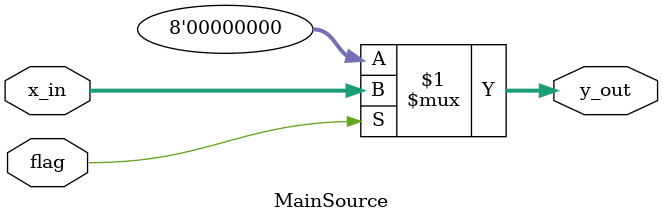
<source format=v>
`timescale 1ns / 1ps
module MainSource(
    input [7:0] x_in,
    input flag,
    output [7:0] y_out
    );

    assign y_out = flag ? x_in : 8'b00000000;

endmodule

</source>
